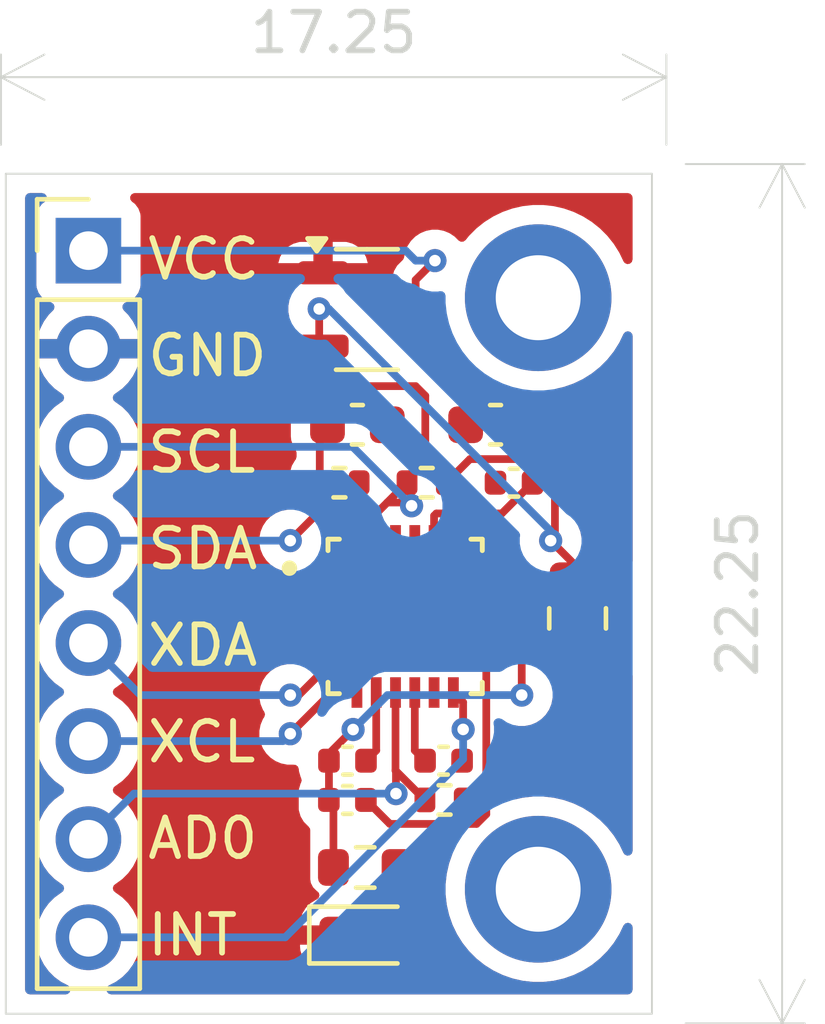
<source format=kicad_pcb>
(kicad_pcb (version 20241229) (generator "pcbnew") (generator_version "9.0")
  (layers (0 "F.Cu" signal) (2 "B.Cu" signal) (13 "F.Paste" user) (15 "B.Paste" user) (5 "F.SilkS" user "F.Silkscreen") (7 "B.SilkS" user "B.Silkscreen") (1 "F.Mask" user) (3 "B.Mask" user) (25 "Edge.Cuts" user))
  (net 0 "")
  (net 1 "Net-(U1-CPOUT)")
  (net 2 "GND")
  (net 3 "Net-(U1-REGOUT)")
  (net 4 "+3.3V")
  (net 5 "Net-(U1-VLOGIC)")
  (net 6 "Net-(U1-VDD)")
  (net 7 "VCC")
  (net 8 "Net-(D1-A)")
  (net 9 "SCL")
  (net 10 "XCL")
  (net 11 "INT")
  (net 12 "AD0")
  (net 13 "XDA")
  (net 14 "SDA")
  (footprint "Resistor_SMD:R_0402_1005Metric" (layer "F.Cu") (at 91.7742 56.25)
    (property "Reference" "R3" (hide yes))
    (property "Value" "4.7kΩ" (hide yes))
    (fp_line (start -0.153641 -0.38) (end 0.153641 -0.38) (stroke (width 0.12)) (layer "F.SilkS"))
    (fp_line (start -0.153641 0.38) (end 0.153641 0.38) (stroke (width 0.12)) (layer "F.SilkS"))
    (pad "1" smd roundrect (at -0.51 0) (size 0.54 0.64) (layers "F.Cu" "F.Mask" "F.Paste") (net 4 "+3.3V"))
    (pad "2" smd roundrect (at 0.51 0) (size 0.54 0.64) (layers "F.Cu" "F.Mask" "F.Paste") (net 14 "SDA"))
  )
  (footprint "Capacitor_SMD:C_0603_1608Metric" (layer "F.Cu") (at 95.8212 54.75)
    (property "Reference" "C6" (hide yes))
    (property "Value" "1uF" (hide yes))
    (fp_line (start -0.14058 -0.51) (end 0.14058 -0.51) (stroke (width 0.12)) (layer "F.SilkS"))
    (fp_line (start -0.14058 0.51) (end 0.14058 0.51) (stroke (width 0.12)) (layer "F.SilkS"))
    (pad "1" smd roundrect (at -0.775 0) (size 0.9 0.95) (layers "F.Cu" "F.Mask" "F.Paste") (net 7 "VCC"))
    (pad "2" smd roundrect (at 0.775 0) (size 0.9 0.95) (layers "F.Cu" "F.Mask" "F.Paste") (net 2 "GND"))
  )
  (footprint "Capacitor_SMD:C_0402_1005Metric" (layer "F.Cu") (at 94.474 63.4482)
    (property "Reference" "C2" (hide yes))
    (property "Value" "100nF" (hide yes))
    (fp_line (start -0.107836 -0.36) (end 0.107836 -0.36) (stroke (width 0.12)) (layer "F.SilkS"))
    (fp_line (start -0.107836 0.36) (end 0.107836 0.36) (stroke (width 0.12)) (layer "F.SilkS"))
    (pad "1" smd roundrect (at -0.48 0) (size 0.56 0.62) (layers "F.Cu" "F.Mask" "F.Paste") (net 3 "Net-(U1-REGOUT)"))
    (pad "2" smd roundrect (at 0.48 0) (size 0.56 0.62) (layers "F.Cu" "F.Mask" "F.Paste") (net 2 "GND"))
  )
  (footprint "Capacitor_SMD:C_0402_1005Metric" (layer "F.Cu") (at 91.98 64.4642)
    (property "Reference" "C4" (hide yes))
    (property "Value" "100nF" (hide yes))
    (fp_line (start -0.107836 -0.36) (end 0.107836 -0.36) (stroke (width 0.12)) (layer "F.SilkS"))
    (fp_line (start -0.107836 0.36) (end 0.107836 0.36) (stroke (width 0.12)) (layer "F.SilkS"))
    (pad "1" smd roundrect (at -0.48 0) (size 0.56 0.62) (layers "F.Cu" "F.Mask" "F.Paste") (net 4 "+3.3V"))
    (pad "2" smd roundrect (at 0.48 0) (size 0.56 0.62) (layers "F.Cu" "F.Mask" "F.Paste") (net 6 "Net-(U1-VDD)"))
  )
  (footprint "LED_SMD:LED_0603_1608Metric" (layer "F.Cu") (at 92.478 67.9628)
    (property "Reference" "D1" (hide yes))
    (property "Value" "LED ROJO" (hide yes))
    (fp_line (start -1.485 -0.735) (end -1.485 0.735) (stroke (width 0.12)) (layer "F.SilkS"))
    (fp_line (start -1.485 0.735) (end 0.8 0.735) (stroke (width 0.12)) (layer "F.SilkS"))
    (fp_line (start 0.8 -0.735) (end -1.485 -0.735) (stroke (width 0.12)) (layer "F.SilkS"))
    (pad "1" smd roundrect (at -0.7875 0) (size 0.875 0.95) (layers "F.Cu" "F.Mask" "F.Paste") (net 2 "GND"))
    (pad "2" smd roundrect (at 0.7875 0) (size 0.875 0.95) (layers "F.Cu" "F.Mask" "F.Paste") (net 8 "Net-(D1-A)"))
  )
  (footprint "Connector_PinHeader_2.54mm:PinHeader_1x08_P2.54mm_Vertical" (layer "F.Cu") (at 85.2678 50.2412)
    (property "Reference" "J1" (hide yes))
    (property "Value" "Conn_HDR-M-2.54mm" (hide yes))
    (fp_line (start -1.33 -1.33) (end 0 -1.33) (stroke (width 0.12)) (layer "F.SilkS"))
    (fp_line (start -1.33 0) (end -1.33 -1.33) (stroke (width 0.12)) (layer "F.SilkS"))
    (fp_line (start -1.33 1.27) (end -1.33 19.11) (stroke (width 0.12)) (layer "F.SilkS"))
    (fp_line (start -1.33 1.27) (end 1.33 1.27) (stroke (width 0.12)) (layer "F.SilkS"))
    (fp_line (start -1.33 19.11) (end 1.33 19.11) (stroke (width 0.12)) (layer "F.SilkS"))
    (fp_line (start 1.33 1.27) (end 1.33 19.11) (stroke (width 0.12)) (layer "F.SilkS"))
    (pad "1" thru_hole rect (at 0 0) (size 1.7 1.7) (drill 1) (layers "*.Cu" "*.Mask") (net 7 "VCC"))
    (pad "2" thru_hole oval (at 0 2.54) (size 1.7 1.7) (drill 1) (layers "*.Cu" "*.Mask") (net 2 "GND"))
    (pad "3" thru_hole oval (at 0 5.08) (size 1.7 1.7) (drill 1) (layers "*.Cu" "*.Mask") (net 9 "SCL"))
    (pad "4" thru_hole oval (at 0 7.62) (size 1.7 1.7) (drill 1) (layers "*.Cu" "*.Mask") (net 14 "SDA"))
    (pad "5" thru_hole oval (at 0 10.16) (size 1.7 1.7) (drill 1) (layers "*.Cu" "*.Mask") (net 13 "XDA"))
    (pad "6" thru_hole oval (at 0 12.7) (size 1.7 1.7) (drill 1) (layers "*.Cu" "*.Mask") (net 10 "XCL"))
    (pad "7" thru_hole oval (at 0 15.24) (size 1.7 1.7) (drill 1) (layers "*.Cu" "*.Mask") (net 12 "AD0"))
    (pad "8" thru_hole oval (at 0 17.78) (size 1.7 1.7) (drill 1) (layers "*.Cu" "*.Mask") (net 11 "INT"))
  )
  (footprint "MountingHole:MountingHole_2.2mm_M2_DIN965_Pad" (layer "F.Cu") (at 96.9264 51.4604)
    (property "Reference" "REF**" (hide yes))
    (property "Value" "MountingHole_2.2mm_M2_DIN965_Pad" (hide yes))
    (pad "1" thru_hole circle (at 0 0) (size 3.8 3.8) (drill 2.2) (layers "*.Cu" "*.Mask"))
  )
  (footprint "Capacitor_SMD:C_0402_1005Metric" (layer "F.Cu") (at 96.3 56.25 180)
    (property "Reference" "C1" (hide yes))
    (property "Value" "2.2nF" (hide yes))
    (fp_line (start -0.107836 0.36) (end 0.107836 0.36) (stroke (width 0.12)) (layer "F.SilkS"))
    (fp_line (start -0.107836 -0.36) (end 0.107836 -0.36) (stroke (width 0.12)) (layer "F.SilkS"))
    (pad "1" smd roundrect (at -0.48 0 180) (size 0.56 0.62) (layers "F.Cu" "F.Mask" "F.Paste") (net 1 "Net-(U1-CPOUT)"))
    (pad "2" smd roundrect (at 0.48 0 180) (size 0.56 0.62) (layers "F.Cu" "F.Mask" "F.Paste") (net 2 "GND"))
  )
  (footprint "Package_TO_SOT_SMD:SOT-23-3" (layer "F.Cu") (at 92.4869 51.7652)
    (property "Reference" "U2" (hide yes))
    (property "Value" "AMS1117-3.3" (hide yes))
    (fp_line (start 0 -1.56) (end -0.8 -1.56) (stroke (width 0.12)) (layer "F.SilkS"))
    (fp_line (start 0 -1.56) (end 0.8 -1.56) (stroke (width 0.12)) (layer "F.SilkS"))
    (fp_line (start 0 1.56) (end -0.8 1.56) (stroke (width 0.12)) (layer "F.SilkS"))
    (fp_line (start 0 1.56) (end 0.8 1.56) (stroke (width 0.12)) (layer "F.SilkS"))
    (fp_poly (pts (xy -1.3 -1.51) (xy -1.54 -1.84) (xy -1.06 -1.84) (xy -1.3 -1.51)) (stroke (width 0.12)) (fill yes) (layer "F.SilkS"))
    (pad "1" smd roundrect (at -1.1375 -0.95) (size 1.325 0.6) (layers "F.Cu" "F.Mask" "F.Paste") (net 2 "GND"))
    (pad "2" smd roundrect (at -1.1375 0.95) (size 1.325 0.6) (layers "F.Cu" "F.Mask" "F.Paste") (net 4 "+3.3V"))
    (pad "3" smd roundrect (at 1.1375 0) (size 1.325 0.6) (layers "F.Cu" "F.Mask" "F.Paste") (net 7 "VCC"))
  )
  (footprint "Capacitor_SMD:C_0603_1608Metric" (layer "F.Cu") (at 92.2398 54.75)
    (property "Reference" "C7" (hide yes))
    (property "Value" "2.2uF" (hide yes))
    (fp_line (start -0.14058 -0.51) (end 0.14058 -0.51) (stroke (width 0.12)) (layer "F.SilkS"))
    (fp_line (start -0.14058 0.51) (end 0.14058 0.51) (stroke (width 0.12)) (layer "F.SilkS"))
    (pad "1" smd roundrect (at -0.775 0) (size 0.9 0.95) (layers "F.Cu" "F.Mask" "F.Paste") (net 4 "+3.3V"))
    (pad "2" smd roundrect (at 0.775 0) (size 0.9 0.95) (layers "F.Cu" "F.Mask" "F.Paste") (net 2 "GND"))
  )
  (footprint "Capacitor_SMD:C_0805_2012Metric" (layer "F.Cu") (at 97.9484 59.7636 -90)
    (property "Reference" "C5" (hide yes))
    (property "Value" "10uF")
    (fp_line (start -0.261252 0.735) (end 0.261252 0.735) (stroke (width 0.12)) (layer "F.SilkS"))
    (fp_line (start -0.261252 -0.735) (end 0.261252 -0.735) (stroke (width 0.12)) (layer "F.SilkS"))
    (pad "1" smd roundrect (at -0.95 0 270) (size 1 1.45) (layers "F.Cu" "F.Mask" "F.Paste") (net 4 "+3.3V"))
    (pad "2" smd roundrect (at 0.95 0 270) (size 1 1.45) (layers "F.Cu" "F.Mask" "F.Paste") (net 2 "GND"))
  )
  (footprint "Resistor_SMD:R_0402_1005Metric" (layer "F.Cu") (at 94.0368 56.25 180)
    (property "Reference" "R2" (hide yes))
    (property "Value" "4.7kΩ" (hide yes))
    (fp_line (start -0.153641 0.38) (end 0.153641 0.38) (stroke (width 0.12)) (layer "F.SilkS"))
    (fp_line (start -0.153641 -0.38) (end 0.153641 -0.38) (stroke (width 0.12)) (layer "F.SilkS"))
    (pad "1" smd roundrect (at -0.51 0 180) (size 0.54 0.64) (layers "F.Cu" "F.Mask" "F.Paste") (net 4 "+3.3V"))
    (pad "2" smd roundrect (at 0.51 0 180) (size 0.54 0.64) (layers "F.Cu" "F.Mask" "F.Paste") (net 9 "SCL"))
  )
  (footprint "Resistor_SMD:R_0402_1005Metric" (layer "F.Cu") (at 94.5 64.4642)
    (property "Reference" "R1" (hide yes))
    (property "Value" "4.7kΩ" (hide yes))
    (fp_line (start -0.153641 -0.38) (end 0.153641 -0.38) (stroke (width 0.12)) (layer "F.SilkS"))
    (fp_line (start -0.153641 0.38) (end 0.153641 0.38) (stroke (width 0.12)) (layer "F.SilkS"))
    (pad "1" smd roundrect (at -0.51 0) (size 0.54 0.64) (layers "F.Cu" "F.Mask" "F.Paste") (net 12 "AD0"))
    (pad "2" smd roundrect (at 0.51 0) (size 0.54 0.64) (layers "F.Cu" "F.Mask" "F.Paste") (net 2 "GND"))
  )
  (footprint "MountingHole:MountingHole_2.2mm_M2_DIN965_Pad" (layer "F.Cu") (at 96.9264 66.7766)
    (property "Reference" "REF**" (hide yes))
    (property "Value" "MountingHole_2.2mm_M2_DIN965_Pad" (hide yes))
    (pad "1" thru_hole circle (at 0 0) (size 3.8 3.8) (drill 2.2) (layers "*.Cu" "*.Mask"))
  )
  (footprint "Resistor_SMD:R_0603_1608Metric" (layer "F.Cu") (at 92.4438 66.2128)
    (property "Reference" "R4" (hide yes))
    (property "Value" "1kΩ" (hide yes))
    (fp_line (start -0.237258 -0.5225) (end 0.237258 -0.5225) (stroke (width 0.12)) (layer "F.SilkS"))
    (fp_line (start -0.237258 0.5225) (end 0.237258 0.5225) (stroke (width 0.12)) (layer "F.SilkS"))
    (pad "1" smd roundrect (at -0.825 0) (size 0.8 0.95) (layers "F.Cu" "F.Mask" "F.Paste") (net 4 "+3.3V"))
    (pad "2" smd roundrect (at 0.825 0) (size 0.8 0.95) (layers "F.Cu" "F.Mask" "F.Paste") (net 8 "Net-(D1-A)"))
  )
  (footprint "MPU-6050:QFN50P400X400X95-24N" (layer "F.Cu") (at 93.478 59.7128)
    (property "Reference" "U1" (hide yes))
    (property "Value" "MPU-6050" (hide yes))
    (fp_line (start -2 -2) (end -2 -1.705) (stroke (width 0.127)) (layer "F.SilkS"))
    (fp_line (start -2 -2) (end -1.705 -2) (stroke (width 0.127)) (layer "F.SilkS"))
    (fp_line (start -2 2) (end -2 1.705) (stroke (width 0.127)) (layer "F.SilkS"))
    (fp_line (start -2 2) (end -1.705 2) (stroke (width 0.127)) (layer "F.SilkS"))
    (fp_line (start 2 -2) (end 1.705 -2) (stroke (width 0.127)) (layer "F.SilkS"))
    (fp_line (start 2 -2) (end 2 -1.705) (stroke (width 0.127)) (layer "F.SilkS"))
    (fp_line (start 2 2) (end 1.705 2) (stroke (width 0.127)) (layer "F.SilkS"))
    (fp_line (start 2 2) (end 2 1.705) (stroke (width 0.127)) (layer "F.SilkS"))
    (fp_circle (center -3 -1.25) (end -2.9 -1.25) (stroke (width 0.2)) (fill no) (layer "F.SilkS"))
    (pad "1" smd rect (at -1.97 -1.25) (size 0.79 0.28) (layers "F.Cu" "F.Mask" "F.Paste") (net 2 "GND"))
    (pad "2" smd rect (at -1.97 -0.75) (size 0.79 0.28) (layers "F.Cu" "F.Mask" "F.Paste"))
    (pad "3" smd rect (at -1.97 -0.25) (size 0.79 0.28) (layers "F.Cu" "F.Mask" "F.Paste"))
    (pad "4" smd rect (at -1.97 0.25) (size 0.79 0.28) (layers "F.Cu" "F.Mask" "F.Paste"))
    (pad "5" smd rect (at -1.97 0.75) (size 0.79 0.28) (layers "F.Cu" "F.Mask" "F.Paste"))
    (pad "6" smd rect (at -1.97 1.25) (size 0.79 0.28) (layers "F.Cu" "F.Mask" "F.Paste") (net 13 "XDA"))
    (pad "7" smd rect (at -1.25 1.97) (size 0.28 0.79) (layers "F.Cu" "F.Mask" "F.Paste") (net 10 "XCL"))
    (pad "8" smd rect (at -0.75 1.97) (size 0.28 0.79) (layers "F.Cu" "F.Mask" "F.Paste") (net 5 "Net-(U1-VLOGIC)"))
    (pad "9" smd rect (at -0.25 1.97) (size 0.28 0.79) (layers "F.Cu" "F.Mask" "F.Paste") (net 12 "AD0"))
    (pad "10" smd rect (at 0.25 1.97) (size 0.28 0.79) (layers "F.Cu" "F.Mask" "F.Paste") (net 3 "Net-(U1-REGOUT)"))
    (pad "11" smd rect (at 0.75 1.97) (size 0.28 0.79) (layers "F.Cu" "F.Mask" "F.Paste") (net 2 "GND"))
    (pad "12" smd rect (at 1.25 1.97) (size 0.28 0.79) (layers "F.Cu" "F.Mask" "F.Paste") (net 11 "INT"))
    (pad "13" smd rect (at 1.97 1.25) (size 0.79 0.28) (layers "F.Cu" "F.Mask" "F.Paste") (net 6 "Net-(U1-VDD)"))
    (pad "14" smd rect (at 1.97 0.75) (size 0.79 0.28) (layers "F.Cu" "F.Mask" "F.Paste"))
    (pad "15" smd rect (at 1.97 0.25) (size 0.79 0.28) (layers "F.Cu" "F.Mask" "F.Paste"))
    (pad "16" smd rect (at 1.97 -0.25) (size 0.79 0.28) (layers "F.Cu" "F.Mask" "F.Paste"))
    (pad "17" smd rect (at 1.97 -0.75) (size 0.79 0.28) (layers "F.Cu" "F.Mask" "F.Paste"))
    (pad "18" smd rect (at 1.97 -1.25) (size 0.79 0.28) (layers "F.Cu" "F.Mask" "F.Paste") (net 2 "GND"))
    (pad "19" smd rect (at 1.25 -1.97) (size 0.28 0.79) (layers "F.Cu" "F.Mask" "F.Paste"))
    (pad "20" smd rect (at 0.75 -1.97) (size 0.28 0.79) (layers "F.Cu" "F.Mask" "F.Paste") (net 1 "Net-(U1-CPOUT)"))
    (pad "21" smd rect (at 0.25 -1.97) (size 0.28 0.79) (layers "F.Cu" "F.Mask" "F.Paste"))
    (pad "22" smd rect (at -0.25 -1.97) (size 0.28 0.79) (layers "F.Cu" "F.Mask" "F.Paste"))
    (pad "23" smd rect (at -0.75 -1.97) (size 0.28 0.79) (layers "F.Cu" "F.Mask" "F.Paste") (net 9 "SCL"))
    (pad "24" smd rect (at -1.25 -1.97) (size 0.28 0.79) (layers "F.Cu" "F.Mask" "F.Paste") (net 14 "SDA"))
    (zone (net 0) (net_name "") (layer "F.Cu") (connect_pads (clearance 0)) (min_thickness 0.01)
      (keepout (tracks not_allowed) (vias not_allowed) (pads not_allowed) (copperpour not_allowed) (footprints allowed))
      (fill (thermal_gap 0.508) (thermal_bridge_width 0.508))
      (polygon (pts (xy 92.128 58.4128) (xy 94.828 58.4128) (xy 94.828 61.0128) (xy 92.128 61.0128)))
    )
  )
  (footprint "Capacitor_SMD:C_0402_1005Metric" (layer "F.Cu") (at 91.9826 63.4482)
    (property "Reference" "C3" (hide yes))
    (property "Value" "10nF" (hide yes))
    (fp_line (start -0.107836 -0.36) (end 0.107836 -0.36) (stroke (width 0.12)) (layer "F.SilkS"))
    (fp_line (start -0.107836 0.36) (end 0.107836 0.36) (stroke (width 0.12)) (layer "F.SilkS"))
    (pad "1" smd roundrect (at -0.48 0) (size 0.56 0.62) (layers "F.Cu" "F.Mask" "F.Paste") (net 4 "+3.3V"))
    (pad "2" smd roundrect (at 0.48 0) (size 0.56 0.62) (layers "F.Cu" "F.Mask" "F.Paste") (net 5 "Net-(U1-VLOGIC)"))
  )
  (gr_rect (start 83.125 48.25) (end 99.875 70) (stroke (width 0.05)) (fill no) (layer "Edge.Cuts"))
  (gr_text "SCL" (at 86.728 55.4628 0) (layer "F.SilkS") (effects (font (size 1 1)) (justify left)))
  (gr_text "AD0" (at 86.728 65.4628 0) (layer "F.SilkS") (effects (font (size 1 1)) (justify left)))
  (gr_text "XDA" (at 86.728 60.4628 0) (layer "F.SilkS") (effects (font (size 1 1)) (justify left)))
  (gr_text "GND" (at 86.728 52.9628 0) (layer "F.SilkS") (effects (font (size 1 1)) (justify left)))
  (gr_text "XCL" (at 86.728 62.9628 0) (layer "F.SilkS") (effects (font (size 1 1)) (justify left)))
  (gr_text "SDA" (at 86.728 57.9628 0) (layer "F.SilkS") (effects (font (size 1 1)) (justify left)))
  (gr_text "VCC" (at 86.728 50.4628 0) (layer "F.SilkS") (effects (font (size 1 1)) (justify left)))
  (gr_text "INT" (at 86.728 67.9628 0) (layer "F.SilkS") (effects (font (size 1 1)) (justify left)))
  (dimension (type orthogonal) (layer "Edge.Cuts") (pts (xy 83 48) (xy 100.25 48)) (height -2.25) (orientation 0) (format (prefix "") (suffix "") (units 3) (units_format 0) (precision 4) (suppress_zeroes yes)) (style (thickness 0.05) (arrow_length 1.27) (text_position_mode 0) (arrow_direction outward) (extension_height 0.58642) (extension_offset 0.5) (keep_text_aligned yes)) (gr_text "17.25" (at 91.625 44.6 0) (layer "Edge.Cuts") (effects (font (size 1 1) (thickness 0.15)))))
  (dimension (type orthogonal) (layer "Edge.Cuts") (pts (xy 100.25 70.25) (xy 100.25 48)) (height 3) (orientation 1) (format (prefix "") (suffix "") (units 3) (units_format 0) (precision 4) (suppress_zeroes yes)) (style (thickness 0.05) (arrow_length 1.27) (text_position_mode 0) (arrow_direction outward) (extension_height 0.58642) (extension_offset 0.5) (keep_text_aligned yes)) (gr_text "22.25" (at 102.1 59.125 90) (layer "Edge.Cuts") (effects (font (size 1 1) (thickness 0.15)))))
  (segment (start 95.9832 57.0468) (end 94.287 57.0468) (width 0.2) (layer "F.Cu") (net 1))
  (segment (start 94.228 57.1058) (end 94.228 57.7428) (width 0.2) (layer "F.Cu") (net 1))
  (segment (start 94.287 57.0468) (end 94.228 57.1058) (width 0.2) (layer "F.Cu") (net 1))
  (segment (start 96.78 56.25) (end 95.9832 57.0468) (width 0.2) (layer "F.Cu") (net 1))
  (segment (start 93.728 63.1822) (end 93.728 61.6828) (width 0.2) (layer "F.Cu") (net 3))
  (segment (start 93.994 63.4482) (end 93.728 63.1822) (width 0.2) (layer "F.Cu") (net 3))
  (segment (start 91.3494 52.7152) (end 91.3494 53.6194) (width 0.2) (layer "F.Cu") (net 4))
  (segment (start 91.2642 56.25) (end 91.2642 54.9506) (width 0.2) (layer "F.Cu") (net 4))
  (segment (start 97.10655 55.639) (end 97.361 55.89345) (width 0.2) (layer "F.Cu") (net 4))
  (segment (start 91.3494 53.6194) (end 91.3494 54.6346) (width 0.2) (layer "F.Cu") (net 4))
  (segment (start 91.25 52.6158) (end 91.3494 52.7152) (width 0.2) (layer "F.Cu") (net 4))
  (segment (start 95.1578 55.639) (end 97.10655 55.639) (width 0.2) (layer "F.Cu") (net 4))
  (segment (start 91.3494 54.6346) (end 91.4648 54.75) (width 0.2) (layer "F.Cu") (net 4))
  (segment (start 91.5 63.4508) (end 91.5026 63.4482) (width 0.2) (layer "F.Cu") (net 4))
  (segment (start 91.6188 64.583) (end 91.5 64.4642) (width 0.2) (layer "F.Cu") (net 4))
  (segment (start 97.361 55.89345) (end 97.361 57.639) (width 0.2) (layer "F.Cu") (net 4))
  (segment (start 93.75 53.75) (end 91.48 53.75) (width 0.2) (layer "F.Cu") (net 4))
  (segment (start 97.9484 58.4484) (end 97.25 57.75) (width 0.2) (layer "F.Cu") (net 4))
  (segment (start 91.5026 64.4616) (end 91.5 64.4642) (width 0.2) (layer "F.Cu") (net 4))
  (segment (start 97.9484 58.8136) (end 97.9484 58.4484) (width 0.2) (layer "F.Cu") (net 4))
  (segment (start 96.5 60.262) (end 97.9484 58.8136) (width 0.2) (layer "F.Cu") (net 4))
  (segment (start 91.25 51.75) (end 91.25 52.6158) (width 0.2) (layer "F.Cu") (net 4))
  (segment (start 91.5026 63.4482) (end 91.5026 64.4616) (width 0.2) (layer "F.Cu") (net 4))
  (segment (start 91.2642 54.9506) (end 91.4648 54.75) (width 0.2) (layer "F.Cu") (net 4))
  (segment (start 91.48 53.75) (end 91.3494 53.6194) (width 0.2) (layer "F.Cu") (net 4))
  (segment (start 91.6188 66.2128) (end 91.6188 64.583) (width 0.2) (layer "F.Cu") (net 4))
  (segment (start 91.5026 63.4482) (end 91.5026 63.266523) (width 0.2) (layer "F.Cu") (net 4))
  (segment (start 94 54) (end 93.75 53.75) (width 0.2) (layer "F.Cu") (net 4))
  (segment (start 97.361 57.639) (end 97.25 57.75) (width 0.2) (layer "F.Cu") (net 4))
  (segment (start 91.5026 63.266523) (end 92.128 62.641123) (width 0.2) (layer "F.Cu") (net 4))
  (segment (start 96.5 61.75) (end 96.5 60.262) (width 0.2) (layer "F.Cu") (net 4))
  (segment (start 94.5468 56.25) (end 95.1578 55.639) (width 0.2) (layer "F.Cu") (net 4))
  (segment (start 94.5468 56.25) (end 94 55.7032) (width 0.2) (layer "F.Cu") (net 4))
  (segment (start 94 55.7032) (end 94 54) (width 0.2) (layer "F.Cu") (net 4))
  (via (at 91.25 51.75) (size 0.6) (drill 0.3) (layers "F.Cu" "B.Cu") (net 4))
  (via (at 92.128 62.641123) (size 0.6) (drill 0.3) (layers "F.Cu" "B.Cu") (net 4))
  (via (at 97.25 57.75) (size 0.6) (drill 0.3) (layers "F.Cu" "B.Cu") (net 4))
  (via (at 96.5 61.75) (size 0.6) (drill 0.3) (layers "F.Cu" "B.Cu") (net 4))
  (segment (start 97.25 57.75) (end 97.25 57.5) (width 0.2) (layer "B.Cu") (net 4))
  (segment (start 92.128 62.641123) (end 93.019123 61.75) (width 0.2) (layer "B.Cu") (net 4))
  (segment (start 91.5 51.75) (end 91.25 51.75) (width 0.2) (layer "B.Cu") (net 4))
  (segment (start 93.019123 61.75) (end 96.5 61.75) (width 0.2) (layer "B.Cu") (net 4))
  (segment (start 97.25 57.5) (end 91.5 51.75) (width 0.2) (layer "B.Cu") (net 4))
  (segment (start 92.728 63.1828) (end 92.728 61.6828) (width 0.2) (layer "F.Cu") (net 5))
  (segment (start 92.4626 63.4482) (end 92.728 63.1828) (width 0.2) (layer "F.Cu") (net 5))
  (segment (start 95.32934 65.0852) (end 95.581 64.83354) (width 0.2) (layer "F.Cu") (net 6))
  (segment (start 92.46 64.4642) (end 93.081 65.0852) (width 0.2) (layer "F.Cu") (net 6))
  (segment (start 95.581 64.83354) (end 95.581 61.0958) (width 0.2) (layer "F.Cu") (net 6))
  (segment (start 93.081 65.0852) (end 95.32934 65.0852) (width 0.2) (layer "F.Cu") (net 6))
  (segment (start 95.581 61.0958) (end 95.448 60.9628) (width 0.2) (layer "F.Cu") (net 6))
  (segment (start 95.0462 53.187) (end 95.0462 54.75) (width 0.2) (layer "F.Cu") (net 7))
  (segment (start 93.75 51.6396) (end 93.6244 51.7652) (width 0.2) (layer "F.Cu") (net 7))
  (segment (start 94.25 50.5) (end 93.75 51) (width 0.2) (layer "F.Cu") (net 7))
  (segment (start 93.6244 51.7652) (end 95.0462 53.187) (width 0.2) (layer "F.Cu") (net 7))
  (segment (start 93.75 51) (end 93.75 51.6396) (width 0.2) (layer "F.Cu") (net 7))
  (via (at 94.25 50.5) (size 0.6) (drill 0.3) (layers "F.Cu" "B.Cu") (net 7))
  (segment (start 93.75 50.5) (end 93.4912 50.2412) (width 0.2) (layer "B.Cu") (net 7))
  (segment (start 94.25 50.5) (end 93.75 50.5) (width 0.2) (layer "B.Cu") (net 7))
  (segment (start 93.4912 50.2412) (end 85.2678 50.2412) (width 0.2) (layer "B.Cu") (net 7))
  (segment (start 93.2688 66.2128) (end 93.2688 67.9595) (width 0.2) (layer "F.Cu") (net 8))
  (segment (start 93.2688 67.9595) (end 93.2655 67.9628) (width 0.2) (layer "F.Cu") (net 8))
  (segment (start 93.644388 56.847798) (end 93.55999 56.7634) (width 0.2) (layer "F.Cu") (net 9))
  (segment (start 93.5268 56.25) (end 93.0134 56.7634) (width 0.2) (layer "F.Cu") (net 9))
  (segment (start 93.55999 56.7634) (end 93.0134 56.7634) (width 0.2) (layer "F.Cu") (net 9))
  (segment (start 93.0134 56.7634) (end 92.728 57.0488) (width 0.2) (layer "F.Cu") (net 9))
  (segment (start 92.728 57.0488) (end 92.728 57.7428) (width 0.2) (layer "F.Cu") (net 9))
  (via (at 93.644388 56.847798) (size 0.6) (drill 0.3) (layers "F.Cu" "B.Cu") (net 9))
  (segment (start 92.11779 55.3212) (end 93.644388 56.847798) (width 0.2) (layer "B.Cu") (net 9))
  (segment (start 85.2678 55.3212) (end 92.11779 55.3212) (width 0.2) (layer "B.Cu") (net 9))
  (segment (start 90.5 62.75) (end 91.5672 61.6828) (width 0.2) (layer "F.Cu") (net 10))
  (segment (start 91.5672 61.6828) (end 92.228 61.6828) (width 0.2) (layer "F.Cu") (net 10))
  (via (at 90.5 62.75) (size 0.6) (drill 0.3) (layers "F.Cu" "B.Cu") (net 10))
  (segment (start 85.2678 62.9412) (end 90.3088 62.9412) (width 0.2) (layer "B.Cu") (net 10))
  (segment (start 90.3088 62.9412) (end 90.5 62.75) (width 0.2) (layer "B.Cu") (net 10))
  (segment (start 94.981 61.9358) (end 94.728 61.6828) (width 0.2) (layer "F.Cu") (net 11))
  (segment (start 94.981 62.6382) (end 94.981 61.9358) (width 0.2) (layer "F.Cu") (net 11))
  (via (at 94.981 62.6382) (size 0.6) (drill 0.3) (layers "F.Cu" "B.Cu") (net 11))
  (segment (start 94.981 63.409406) (end 94.981 62.6382) (width 0.2) (layer "B.Cu") (net 11))
  (segment (start 85.2678 68.0212) (end 90.369206 68.0212) (width 0.2) (layer "B.Cu") (net 11))
  (segment (start 90.369206 68.0212) (end 94.981 63.409406) (width 0.2) (layer "B.Cu") (net 11))
  (segment (start 93.24 64.300463) (end 93.24 63.7142) (width 0.2) (layer "F.Cu") (net 12))
  (segment (start 93.228 63.7022) (end 93.228 61.6828) (width 0.2) (layer "F.Cu") (net 12))
  (segment (start 93.24 63.7142) (end 93.228 63.7022) (width 0.2) (layer "F.Cu") (net 12))
  (segment (start 93.99 64.4642) (end 93.228 63.7022) (width 0.2) (layer "F.Cu") (net 12))
  (via (at 93.24 64.300463) (size 0.6) (drill 0.3) (layers "F.Cu" "B.Cu") (net 12))
  (segment (start 86.448537 64.300463) (end 93.24 64.300463) (width 0.2) (layer "B.Cu") (net 12))
  (segment (start 85.2678 65.4812) (end 86.448537 64.300463) (width 0.2) (layer "B.Cu") (net 12))
  (segment (start 90.5 61.75) (end 90.7208 61.75) (width 0.2) (layer "F.Cu") (net 13))
  (segment (start 90.7208 61.75) (end 91.508 60.9628) (width 0.2) (layer "F.Cu") (net 13))
  (via (at 90.5 61.75) (size 0.6) (drill 0.3) (layers "F.Cu" "B.Cu") (net 13))
  (segment (start 86.6166 61.75) (end 90.5 61.75) (width 0.2) (layer "B.Cu") (net 13))
  (segment (start 85.2678 60.4012) (end 86.6166 61.75) (width 0.2) (layer "B.Cu") (net 13))
  (segment (start 91.25 57) (end 92.2842 57) (width 0.2) (layer "F.Cu") (net 14))
  (segment (start 92.2842 57.6866) (end 92.228 57.7428) (width 0.2) (layer "F.Cu") (net 14))
  (segment (start 92.2842 57) (end 92.2842 57.6866) (width 0.2) (layer "F.Cu") (net 14))
  (segment (start 90.5 57.75) (end 91.25 57) (width 0.2) (layer "F.Cu") (net 14))
  (segment (start 92.2842 56.25) (end 92.2842 57) (width 0.2) (layer "F.Cu") (net 14))
  (via (at 90.5 57.75) (size 0.6) (drill 0.3) (layers "F.Cu" "B.Cu") (net 14))
  (segment (start 85.379 57.75) (end 85.2678 57.8612) (width 0.2) (layer "B.Cu") (net 14))
  (segment (start 90.5 57.75) (end 85.379 57.75) (width 0.2) (layer "B.Cu") (net 14))
  (zone (net 2) (net_name "GND") (layer "F.Cu") (connect_pads (clearance 0.5)) (min_thickness 0.25) (fill yes (thermal_gap 0.5) (thermal_bridge_width 0.5))
    (polygon (pts (xy 83 48) (xy 100.25 48) (xy 100.25 70.25) (xy 83 70.221016)))
  )
  (zone (net 2) (net_name "GND") (layer "B.Cu") (priority 1) (connect_pads (clearance 0.5)) (min_thickness 0.25) (fill yes (thermal_gap 0.5) (thermal_bridge_width 0.5))
    (polygon (pts (xy 83 48) (xy 100.25 48) (xy 100.25 70.25) (xy 83 70.221016)))
  )
)
</source>
